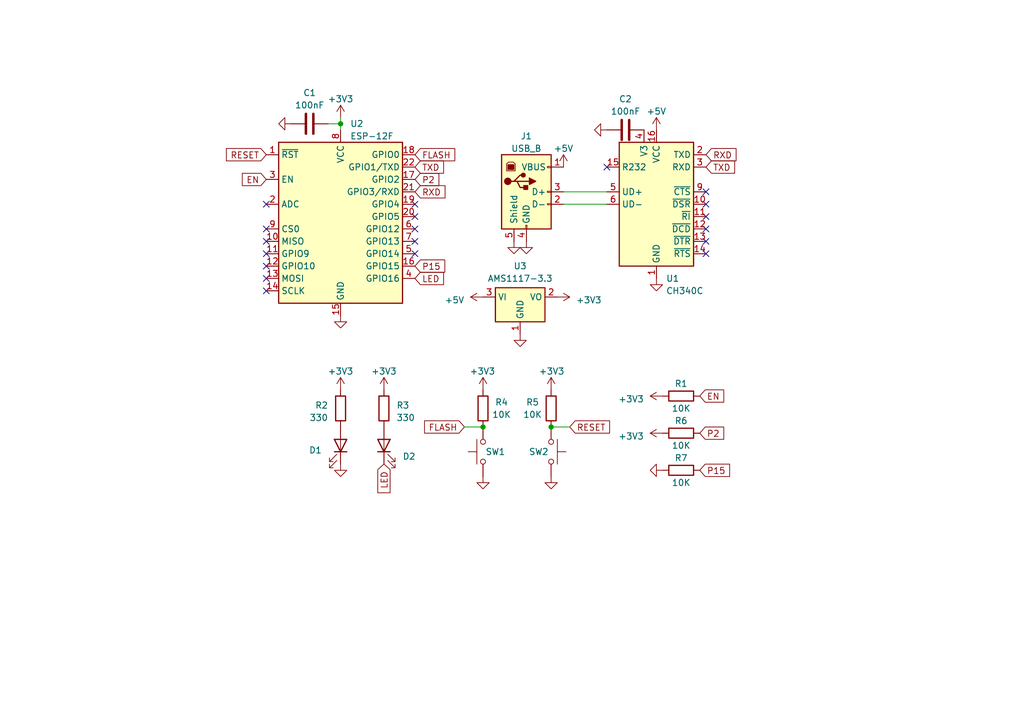
<source format=kicad_sch>
(kicad_sch (version 20230121) (generator eeschema)
  (paper "A5")
  (title_block (title "Minimal ESP-12F Module") (date "2023-10-09") (rev "v0") (company "Achmadi ST MT"))
  (lib_symbols
    (symbol "Connector:USB_B" (pin_names (offset 1.016))
      (property "Reference" "J" (at -5.08 11.43 0))
      (property "Value" "USB_B" (at -5.08 8.89 0))
      (symbol "USB_B_0_1"
        (rectangle (start -5.08 -7.62) (end 5.08 7.62) (stroke (width 0.254)) (fill (type background)))
        (circle (center -3.81 2.159) (radius 0.635) (stroke (width 0.254)) (fill (type outline)))
        (rectangle (start -3.81 5.588) (end -2.54 4.572) (fill (type outline)))
        (circle (center -0.635 3.429) (radius 0.381) (stroke (width 0.254)) (fill (type outline)))
        (rectangle (start -0.127 -7.62) (end 0.127 -6.858))
        (polyline (pts (xy -1.905 2.159) (xy 0.635 2.159)) (stroke (width 0.254)))
        (polyline (pts (xy -3.175 2.159) (xy -2.54 2.159) (xy -1.27 3.429) (xy -0.635 3.429)) (stroke (width 0.254)))
        (polyline (pts (xy -2.54 2.159) (xy -1.905 2.159) (xy -1.27 0.889) (xy 0 0.889)) (stroke (width 0.254)))
        (polyline (pts (xy 0.635 2.794) (xy 0.635 1.524) (xy 1.905 2.159) (xy 0.635 2.794)) (stroke (width 0.254)) (fill (type outline)))
        (polyline (pts (xy -4.064 4.318) (xy -2.286 4.318) (xy -2.286 5.715) (xy -2.667 6.096) (xy -3.683 6.096) (xy -4.064 5.715) (xy -4.064 4.318)))
        (rectangle (start 0.254 1.27) (end -0.508 0.508) (stroke (width 0.254)) (fill (type outline)))
        (rectangle (start 5.08 -2.667) (end 4.318 -2.413))
        (rectangle (start 5.08 -0.127) (end 4.318 0.127))
        (rectangle (start 5.08 4.953) (end 4.318 5.207))
      )
      (symbol "USB_B_1_1"
        (pin power_out line (at 7.62 5.08 180) (length 2.54) (name "VBUS") (number "1"))
        (pin bidirectional line (at 7.62 -2.54 180) (length 2.54) (name "D-") (number "2"))
        (pin bidirectional line (at 7.62 0 180) (length 2.54) (name "D+") (number "3"))
        (pin power_out line (at 0 -10.16 90) (length 2.54) (name "GND") (number "4"))
        (pin passive line (at -2.54 -10.16 90) (length 2.54) (name "Shield") (number "5"))
      )
    )
    (symbol "Device:C" (pin_numbers hide) (pin_names (offset 0.254))
      (property "Reference" "C" (at 0.635 2.54 0))
      (property "Value" "C" (at 0.635 -2.54 0))
      (symbol "C_0_1"
        (polyline (pts (xy -2.032 -0.762) (xy 2.032 -0.762)) (stroke (width 0.508)))
        (polyline (pts (xy -2.032 0.762) (xy 2.032 0.762)) (stroke (width 0.508)))
      )
      (symbol "C_1_1"
        (pin passive line (at 0 3.81 270) (length 2.794) (name "~") (number "1"))
        (pin passive line (at 0 -3.81 90) (length 2.794) (name "~") (number "2"))
      )
    )
    (symbol "Device:LED" (pin_numbers hide) (pin_names (offset 1.016) hide)
      (property "Reference" "D" (at 0 2.54 0))
      (property "Value" "LED" (at 0 -2.54 0))
      (symbol "LED_0_1"
        (polyline (pts (xy -1.27 -1.27) (xy -1.27 1.27)) (stroke (width 0.254)))
        (polyline (pts (xy -1.27 0) (xy 1.27 0)))
        (polyline (pts (xy 1.27 -1.27) (xy 1.27 1.27) (xy -1.27 0) (xy 1.27 -1.27)) (stroke (width 0.254)))
        (polyline (pts (xy -3.048 -0.762) (xy -4.572 -2.286) (xy -3.81 -2.286) (xy -4.572 -2.286) (xy -4.572 -1.524)))
        (polyline (pts (xy -1.778 -0.762) (xy -3.302 -2.286) (xy -2.54 -2.286) (xy -3.302 -2.286) (xy -3.302 -1.524)))
      )
      (symbol "LED_1_1"
        (pin passive line (at -3.81 0 0) (length 2.54) (name "K") (number "1"))
        (pin passive line (at 3.81 0 180) (length 2.54) (name "A") (number "2"))
      )
    )
    (symbol "Device:R" (pin_numbers hide) (pin_names (offset 0))
      (property "Reference" "R" (at 2.032 0 90))
      (property "Value" "R" (at 0 0 90))
      (symbol "R_0_1"
        (rectangle (start -1.016 -2.54) (end 1.016 2.54) (stroke (width 0.254)))
      )
      (symbol "R_1_1"
        (pin passive line (at 0 3.81 270) (length 1.27) (name "~") (number "1"))
        (pin passive line (at 0 -3.81 90) (length 1.27) (name "~") (number "2"))
      )
    )
    (symbol "Interface_USB:CH340C"
      (property "Reference" "U" (at -5.08 13.97 0))
      (property "Value" "CH340C" (at 1.27 13.97 0))
      (symbol "CH340C_0_1"
        (rectangle (start -7.62 12.7) (end 7.62 -12.7) (stroke (width 0.254)) (fill (type background)))
      )
      (symbol "CH340C_1_1"
        (pin power_in line (at 0 -15.24 90) (length 2.54) (name "GND") (number "1"))
        (pin input line (at 10.16 0 180) (length 2.54) (name "~{DSR}") (number "10"))
        (pin input line (at 10.16 -2.54 180) (length 2.54) (name "~{RI}") (number "11"))
        (pin input line (at 10.16 -5.08 180) (length 2.54) (name "~{DCD}") (number "12"))
        (pin output line (at 10.16 -7.62 180) (length 2.54) (name "~{DTR}") (number "13"))
        (pin output line (at 10.16 -10.16 180) (length 2.54) (name "~{RTS}") (number "14"))
        (pin input line (at -10.16 7.62 0) (length 2.54) (name "R232") (number "15"))
        (pin power_in line (at 0 15.24 270) (length 2.54) (name "VCC") (number "16"))
        (pin output line (at 10.16 10.16 180) (length 2.54) (name "TXD") (number "2"))
        (pin input line (at 10.16 7.62 180) (length 2.54) (name "RXD") (number "3"))
        (pin passive line (at -2.54 15.24 270) (length 2.54) (name "V3") (number "4"))
        (pin bidirectional line (at -10.16 2.54 0) (length 2.54) (name "UD+") (number "5"))
        (pin bidirectional line (at -10.16 0 0) (length 2.54) (name "UD-") (number "6"))
        (pin no_connect line (at -7.62 -7.62 0) (length 2.54) hide (name "NC") (number "7"))
        (pin no_connect line (at -7.62 -10.16 0) (length 2.54) hide (name "NC") (number "8"))
        (pin input line (at 10.16 2.54 180) (length 2.54) (name "~{CTS}") (number "9"))
      )
    )
    (symbol "RF_Module:ESP-12F"
      (property "Reference" "U" (at -12.7 19.05 0))
      (property "Value" "ESP-12F" (at 12.7 19.05 0))
      (symbol "ESP-12F_0_1"
        (rectangle (start -12.7 17.78) (end 12.7 -15.24) (stroke (width 0.254)) (fill (type background)))
      )
      (symbol "ESP-12F_1_1"
        (pin input line (at -15.24 15.24 0) (length 2.54) (name "~{RST}") (number "1"))
        (pin bidirectional line (at -15.24 -2.54 0) (length 2.54) (name "MISO") (number "10"))
        (pin bidirectional line (at -15.24 -5.08 0) (length 2.54) (name "GPIO9") (number "11"))
        (pin bidirectional line (at -15.24 -7.62 0) (length 2.54) (name "GPIO10") (number "12"))
        (pin bidirectional line (at -15.24 -10.16 0) (length 2.54) (name "MOSI") (number "13"))
        (pin bidirectional line (at -15.24 -12.7 0) (length 2.54) (name "SCLK") (number "14"))
        (pin power_in line (at 0 -17.78 90) (length 2.54) (name "GND") (number "15"))
        (pin bidirectional line (at 15.24 -7.62 180) (length 2.54) (name "GPIO15") (number "16"))
        (pin bidirectional line (at 15.24 10.16 180) (length 2.54) (name "GPIO2") (number "17"))
        (pin bidirectional line (at 15.24 15.24 180) (length 2.54) (name "GPIO0") (number "18"))
        (pin bidirectional line (at 15.24 5.08 180) (length 2.54) (name "GPIO4") (number "19"))
        (pin input line (at -15.24 5.08 0) (length 2.54) (name "ADC") (number "2"))
        (pin bidirectional line (at 15.24 2.54 180) (length 2.54) (name "GPIO5") (number "20"))
        (pin bidirectional line (at 15.24 7.62 180) (length 2.54) (name "GPIO3/RXD") (number "21"))
        (pin bidirectional line (at 15.24 12.7 180) (length 2.54) (name "GPIO1/TXD") (number "22"))
        (pin input line (at -15.24 10.16 0) (length 2.54) (name "EN") (number "3"))
        (pin bidirectional line (at 15.24 -10.16 180) (length 2.54) (name "GPIO16") (number "4"))
        (pin bidirectional line (at 15.24 -5.08 180) (length 2.54) (name "GPIO14") (number "5"))
        (pin bidirectional line (at 15.24 0 180) (length 2.54) (name "GPIO12") (number "6"))
        (pin bidirectional line (at 15.24 -2.54 180) (length 2.54) (name "GPIO13") (number "7"))
        (pin power_in line (at 0 20.32 270) (length 2.54) (name "VCC") (number "8"))
        (pin input line (at -15.24 0 0) (length 2.54) (name "CS0") (number "9"))
      )
    )
    (symbol "Regulator_Linear:AMS1117-3.3"
      (property "Reference" "U" (at -3.81 3.175 0))
      (property "Value" "AMS1117-3.3" (at 0 3.175 0))
      (symbol "AMS1117-3.3_0_1"
        (rectangle (start -5.08 -5.08) (end 5.08 1.905) (stroke (width 0.254)) (fill (type background)))
      )
      (symbol "AMS1117-3.3_1_1"
        (pin power_in line (at 0 -7.62 90) (length 2.54) (name "GND") (number "1"))
        (pin power_out line (at 7.62 0 180) (length 2.54) (name "VO") (number "2"))
        (pin power_in line (at -7.62 0 0) (length 2.54) (name "VI") (number "3"))
      )
    )
    (symbol "Switch:SW_Push" (pin_numbers hide) (pin_names (offset 1.016) hide)
      (property "Reference" "SW" (at 1.27 2.54 0))
      (property "Value" "SW_Push" (at 0 -1.524 0))
      (symbol "SW_Push_0_1"
        (circle (center -2.032 0) (radius 0.508))
        (polyline (pts (xy 0 1.27) (xy 0 3.048)))
        (polyline (pts (xy 2.54 1.27) (xy -2.54 1.27)))
        (circle (center 2.032 0) (radius 0.508))
        (pin passive line (at -5.08 0 0) (length 2.54) (name "1") (number "1"))
        (pin passive line (at 5.08 0 180) (length 2.54) (name "2") (number "2"))
      )
    )
    (symbol "power:+3V3" (power) (pin_names (offset 0))
      (property "Value" "+3V3" (at 0 3.556 0))
      (symbol "+3V3_0_1"
        (polyline (pts (xy -0.762 1.27) (xy 0 2.54)))
        (polyline (pts (xy 0 0) (xy 0 2.54)))
        (polyline (pts (xy 0 2.54) (xy 0.762 1.27)))
      )
      (symbol "+3V3_1_1"
        (pin power_in line (at 0 0 90) (length 0) hide (name "+3V3") (number "1"))
      )
    )
    (symbol "power:+5V" (power) (pin_names (offset 0))
      (property "Value" "+5V" (at 0 3.556 0))
      (symbol "+5V_0_1"
        (polyline (pts (xy -0.762 1.27) (xy 0 2.54)))
        (polyline (pts (xy 0 0) (xy 0 2.54)))
        (polyline (pts (xy 0 2.54) (xy 0.762 1.27)))
      )
      (symbol "+5V_1_1"
        (pin power_in line (at 0 0 90) (length 0) hide (name "+5V") (number "1"))
      )
    )
    (symbol "power:GND" (power) (pin_names (offset 0))
      (property "Value" "GND" (at 0 -3.81 0))
      (symbol "GND_0_1"
        (polyline (pts (xy 0 0) (xy 0 -1.27) (xy 1.27 -1.27) (xy 0 -2.54) (xy -1.27 -1.27) (xy 0 -1.27)))
      )
      (symbol "GND_1_1"
        (pin power_in line (at 0 0 270) (length 0) hide (name "GND") (number "1"))
      )
    )
  )
  (junction (at 69.85 25.4))
  (junction (at 113.03 87.63))
  (junction (at 99.06 87.63))
  (no_connect (at 85.09 52.07))
  (no_connect (at 85.09 44.45))
  (no_connect (at 144.78 44.45))
  (no_connect (at 54.61 41.91))
  (no_connect (at 144.78 41.91))
  (no_connect (at 144.78 49.53))
  (no_connect (at 54.61 52.07))
  (no_connect (at 54.61 54.61))
  (no_connect (at 124.46 34.29))
  (no_connect (at 54.61 49.53))
  (no_connect (at 54.61 46.99))
  (no_connect (at 144.78 39.37))
  (no_connect (at 85.09 41.91))
  (no_connect (at 85.09 46.99))
  (no_connect (at 144.78 52.07))
  (no_connect (at 54.61 59.69))
  (no_connect (at 144.78 46.99))
  (no_connect (at 54.61 57.15))
  (no_connect (at 85.09 49.53))
  (wire (pts (xy 69.85 24.13) (xy 69.85 25.4)))
  (wire (pts (xy 115.57 39.37) (xy 124.46 39.37)))
  (wire (pts (xy 69.85 25.4) (xy 69.85 26.67)))
  (wire (pts (xy 113.03 87.63) (xy 116.84 87.63)))
  (wire (pts (xy 67.31 25.4) (xy 69.85 25.4)))
  (wire (pts (xy 99.06 87.63) (xy 95.25 87.63)))
  (wire (pts (xy 115.57 41.91) (xy 124.46 41.91)))
  (global_label "RXD" (shape input) (at 144.78 31.75 0) (property "Intersheetrefs" "${INTERSHEET_REFS}" (effects hide)))
  (global_label "P2" (shape input) (at 143.51 88.9 0) (property "Intersheetrefs" "${INTERSHEET_REFS}" (effects hide)))
  (global_label "TXD" (shape input) (at 144.78 34.29 0) (property "Intersheetrefs" "${INTERSHEET_REFS}" (effects hide)))
  (global_label "FLASH" (shape input) (at 85.09 31.75 0) (property "Intersheetrefs" "${INTERSHEET_REFS}" (effects hide)))
  (global_label "TXD" (shape input) (at 85.09 34.29 0) (property "Intersheetrefs" "${INTERSHEET_REFS}" (effects hide)))
  (global_label "RXD" (shape input) (at 85.09 39.37 0) (property "Intersheetrefs" "${INTERSHEET_REFS}" (effects hide)))
  (global_label "EN" (shape input) (at 54.61 36.83 180) (property "Intersheetrefs" "${INTERSHEET_REFS}" (effects hide)))
  (global_label "RESET" (shape input) (at 54.61 31.75 180) (property "Intersheetrefs" "${INTERSHEET_REFS}" (effects hide)))
  (global_label "P15" (shape input) (at 85.09 54.61 0) (property "Intersheetrefs" "${INTERSHEET_REFS}" (effects hide)))
  (global_label "P2" (shape input) (at 85.09 36.83 0) (property "Intersheetrefs" "${INTERSHEET_REFS}" (effects hide)))
  (global_label "LED" (shape input) (at 85.09 57.15 0) (property "Intersheetrefs" "${INTERSHEET_REFS}" (effects hide)))
  (global_label "FLASH" (shape input) (at 95.25 87.63 180) (property "Intersheetrefs" "${INTERSHEET_REFS}" (effects hide)))
  (global_label "RESET" (shape input) (at 116.84 87.63 0) (property "Intersheetrefs" "${INTERSHEET_REFS}" (effects hide)))
  (global_label "LED" (shape input) (at 78.74 95.25 270) (property "Intersheetrefs" "${INTERSHEET_REFS}" (effects hide)))
  (global_label "P15" (shape input) (at 143.51 96.52 0) (property "Intersheetrefs" "${INTERSHEET_REFS}" (effects hide)))
  (global_label "EN" (shape input) (at 143.51 81.28 0) (property "Intersheetrefs" "${INTERSHEET_REFS}" (effects hide)))
  (symbol (lib_id "Switch:SW_Push") (at 99.06 92.71 90) (mirror x) (unit 1)
    (property "Reference" "SW1" (at 101.6 92.71 90))
    (property "Value" "SW_Push" (effects hide))
    (property "Footprint" "Button_Switch_THT:SW_PUSH_6mm" (effects hide))
  )
  (symbol (lib_id "power:GND") (at 105.41 49.53 0) (unit 1)
    (property "Reference" "#PWR05" (effects hide))
    (property "Value" "GND" (effects hide))
  )
  (symbol (lib_id "Interface_USB:CH340C") (at 134.62 41.91 0) (unit 1)
    (property "Reference" "U1" (at 136.5759 57.15 0) (effects (justify left)))
    (property "Value" "CH340C" (at 136.5759 59.69 0) (effects (justify left)))
    (property "Footprint" "Package_SO:SOIC-16_3.9x9.9mm_P1.27mm" (effects hide))
    (property "Datasheet" "https://datasheet.lcsc.com/szlcsc/Jiangsu-Qin-Heng-CH340C_C84681.pdf" (effects hide))
  )
  (symbol (lib_id "Device:LED") (at 69.85 91.44 270) (mirror x) (unit 1)
    (property "Reference" "D1" (at 66.04 92.3925 90) (effects (justify right)))
    (property "Value" "MERAH" (effects hide))
    (property "Footprint" "LED_SMD:LED_0805_2012Metric_Pad1.15x1.40mm_HandSolder" (effects hide))
  )
  (symbol (lib_id "Connector:USB_B") (at 107.95 39.37 0) (unit 1)
    (property "Reference" "J1" (at 107.95 27.94 0))
    (property "Value" "USB_B" (at 107.95 30.48 0))
    (property "Footprint" "Connector_USB:USB_B_Lumberg_2411_02_Horizontal" (effects hide))
    (property "Datasheet" " ~" (effects hide))
  )
  (symbol (lib_id "power:+3V3") (at 69.85 24.13 0) (unit 1)
    (property "Reference" "#PWR01" (effects hide))
    (property "Value" "+3V3" (at 69.85 20.32 0))
  )
  (symbol (lib_id "power:GND") (at 99.06 97.79 0) (mirror y) (unit 1)
    (property "Reference" "#PWR017" (effects hide))
    (property "Value" "GND" (effects hide))
  )
  (symbol (lib_id "Device:R") (at 78.74 83.82 0) (unit 1)
    (property "Reference" "R3" (at 81.28 83.185 0) (effects (justify left)))
    (property "Value" "330" (at 81.28 85.725 0) (effects (justify left)))
    (property "Footprint" "Resistor_SMD:R_0805_2012Metric" (effects hide))
  )
  (symbol (lib_id "Device:R") (at 139.7 81.28 90) (unit 1)
    (property "Reference" "R1" (at 139.7 78.74 90))
    (property "Value" "10K" (at 139.7 83.82 90))
    (property "Footprint" "Resistor_SMD:R_0805_2012Metric" (effects hide))
  )
  (symbol (lib_id "Device:R") (at 69.85 83.82 0) (mirror y) (unit 1)
    (property "Reference" "R2" (at 67.31 83.185 0) (effects (justify left)))
    (property "Value" "330" (at 67.31 85.725 0) (effects (justify left)))
    (property "Footprint" "Resistor_SMD:R_0805_2012Metric" (effects hide))
  )
  (symbol (lib_id "Device:R") (at 113.03 83.82 0) (unit 1)
    (property "Reference" "R5" (at 109.22 82.55 0))
    (property "Value" "10K" (at 109.22 85.09 0))
    (property "Footprint" "Resistor_SMD:R_0805_2012Metric" (effects hide))
  )
  (symbol (lib_id "Device:R") (at 139.7 88.9 90) (unit 1)
    (property "Reference" "R6" (at 139.7 86.36 90))
    (property "Value" "10K" (at 139.7 91.44 90))
    (property "Footprint" "Resistor_SMD:R_0805_2012Metric" (effects hide))
  )
  (symbol (lib_id "Device:C") (at 63.5 25.4 90) (unit 1)
    (property "Reference" "C1" (at 63.5 19.05 90))
    (property "Value" "100nF" (at 63.5 21.59 90))
    (property "Footprint" "Capacitor_SMD:C_0805_2012Metric_Pad1.18x1.45mm_HandSolder" (effects hide))
  )
  (symbol (lib_id "power:+3V3") (at 78.74 80.01 0) (unit 1)
    (property "Reference" "#PWR010" (effects hide))
    (property "Value" "+3V3" (at 78.74 76.2 0))
  )
  (symbol (lib_id "power:+3V3") (at 69.85 80.01 0) (unit 1)
    (property "Reference" "#PWR09" (effects hide))
    (property "Value" "+3V3" (at 69.85 76.2 0))
  )
  (symbol (lib_id "Device:LED") (at 78.74 91.44 90) (unit 1)
    (property "Reference" "D2" (at 82.55 93.6625 90) (effects (justify right)))
    (property "Value" "HIJAU" (effects hide))
    (property "Footprint" "LED_SMD:LED_0805_2012Metric_Pad1.15x1.40mm_HandSolder" (effects hide))
  )
  (symbol (lib_id "power:GND") (at 124.46 26.67 270) (unit 1)
    (property "Reference" "#PWR02" (effects hide))
    (property "Value" "GND" (effects hide))
  )
  (symbol (lib_id "power:GND") (at 135.89 96.52 270) (unit 1)
    (property "Reference" "#PWR016" (effects hide))
    (property "Value" "GND" (effects hide))
  )
  (symbol (lib_id "power:GND") (at 113.03 97.79 0) (unit 1)
    (property "Reference" "#PWR018" (effects hide))
    (property "Value" "GND" (effects hide))
  )
  (symbol (lib_id "power:GND") (at 106.68 68.58 0) (unit 1)
    (property "Reference" "#PWR022" (effects hide))
    (property "Value" "GND" (effects hide))
  )
  (symbol (lib_id "Device:R") (at 99.06 83.82 0) (mirror y) (unit 1)
    (property "Reference" "R4" (at 102.87 82.55 0))
    (property "Value" "10K" (at 102.87 85.09 0))
    (property "Footprint" "Resistor_SMD:R_0805_2012Metric" (effects hide))
  )
  (symbol (lib_id "power:+3V3") (at 135.89 88.9 90) (unit 1)
    (property "Reference" "#PWR014" (effects hide))
    (property "Value" "+3V3" (at 132.08 89.535 90) (effects (justify left)))
  )
  (symbol (lib_id "power:+3V3") (at 113.03 80.01 0) (unit 1)
    (property "Reference" "#PWR012" (effects hide))
    (property "Value" "+3V3" (at 110.49 76.2 0) (effects (justify left)))
  )
  (symbol (lib_id "RF_Module:ESP-12F") (at 69.85 46.99 0) (unit 1)
    (property "Reference" "U2" (at 71.8059 25.4 0) (effects (justify left)))
    (property "Value" "ESP-12F" (at 71.8059 27.94 0) (effects (justify left)))
    (property "Footprint" "RF_Module:ESP-12E" (effects hide))
    (property "Datasheet" "http://wiki.ai-thinker.com/_media/esp8266/esp8266_series_modules_user_manual_v1.1.pdf" (effects hide))
  )
  (symbol (lib_id "power:GND") (at 134.62 57.15 0) (unit 1)
    (property "Reference" "#PWR07" (effects hide))
    (property "Value" "GND" (effects hide))
  )
  (symbol (lib_id "power:+5V") (at 99.06 60.96 90) (unit 1)
    (property "Reference" "#PWR020" (effects hide))
    (property "Value" "+5V" (at 95.25 61.595 90) (effects (justify left)))
  )
  (symbol (lib_id "power:+5V") (at 115.57 34.29 0) (unit 1)
    (property "Reference" "#PWR04" (effects hide))
    (property "Value" "+5V" (at 115.57 30.48 0))
  )
  (symbol (lib_id "power:+3V3") (at 114.3 60.96 270) (unit 1)
    (property "Reference" "#PWR021" (effects hide))
    (property "Value" "+3V3" (at 118.11 61.595 90) (effects (justify left)))
  )
  (symbol (lib_id "Regulator_Linear:AMS1117-3.3") (at 106.68 60.96 0) (unit 1)
    (property "Reference" "U3" (at 106.68 54.61 0))
    (property "Value" "AMS1117-3.3" (at 106.68 57.15 0))
    (property "Footprint" "Package_TO_SOT_SMD:SOT-223-3_TabPin2" (effects hide))
    (property "Datasheet" "http://www.advanced-monolithic.com/pdf/ds1117.pdf" (effects hide))
  )
  (symbol (lib_id "power:GND") (at 69.85 95.25 0) (unit 1)
    (property "Reference" "#PWR015" (effects hide))
    (property "Value" "GND" (effects hide))
  )
  (symbol (lib_id "power:+3V3") (at 99.06 80.01 0) (mirror y) (unit 1)
    (property "Reference" "#PWR011" (effects hide))
    (property "Value" "+3V3" (at 101.6 76.2 0) (effects (justify left)))
  )
  (symbol (lib_id "power:GND") (at 107.95 49.53 0) (unit 1)
    (property "Reference" "#PWR06" (effects hide))
    (property "Value" "GND" (effects hide))
  )
  (symbol (lib_id "power:GND") (at 69.85 64.77 0) (unit 1)
    (property "Reference" "#PWR08" (effects hide))
    (property "Value" "GND" (effects hide))
  )
  (symbol (lib_id "power:GND") (at 59.69 25.4 270) (unit 1)
    (property "Reference" "#PWR019" (effects hide))
    (property "Value" "GND" (effects hide))
  )
  (symbol (lib_id "power:+3V3") (at 135.89 81.28 90) (unit 1)
    (property "Reference" "#PWR013" (effects hide))
    (property "Value" "+3V3" (at 132.08 81.915 90) (effects (justify left)))
  )
  (symbol (lib_id "Device:C") (at 128.27 26.67 90) (unit 1)
    (property "Reference" "C2" (at 128.27 20.32 90))
    (property "Value" "100nF" (at 128.27 22.86 90))
    (property "Footprint" "Capacitor_SMD:C_0805_2012Metric_Pad1.18x1.45mm_HandSolder" (effects hide))
  )
  (symbol (lib_id "Device:R") (at 139.7 96.52 90) (unit 1)
    (property "Reference" "R7" (at 139.7 93.98 90))
    (property "Value" "10K" (at 139.7 99.06 90))
    (property "Footprint" "Resistor_SMD:R_0805_2012Metric" (effects hide))
  )
  (symbol (lib_id "power:+5V") (at 134.62 26.67 0) (unit 1)
    (property "Reference" "#PWR03" (effects hide))
    (property "Value" "+5V" (at 134.62 22.86 0))
  )
  (symbol (lib_id "Switch:SW_Push") (at 113.03 92.71 270) (unit 1)
    (property "Reference" "SW2" (at 110.49 92.71 90))
    (property "Value" "SW_Push" (effects hide))
    (property "Footprint" "Button_Switch_THT:SW_PUSH_6mm" (effects hide))
  )
)
</source>
